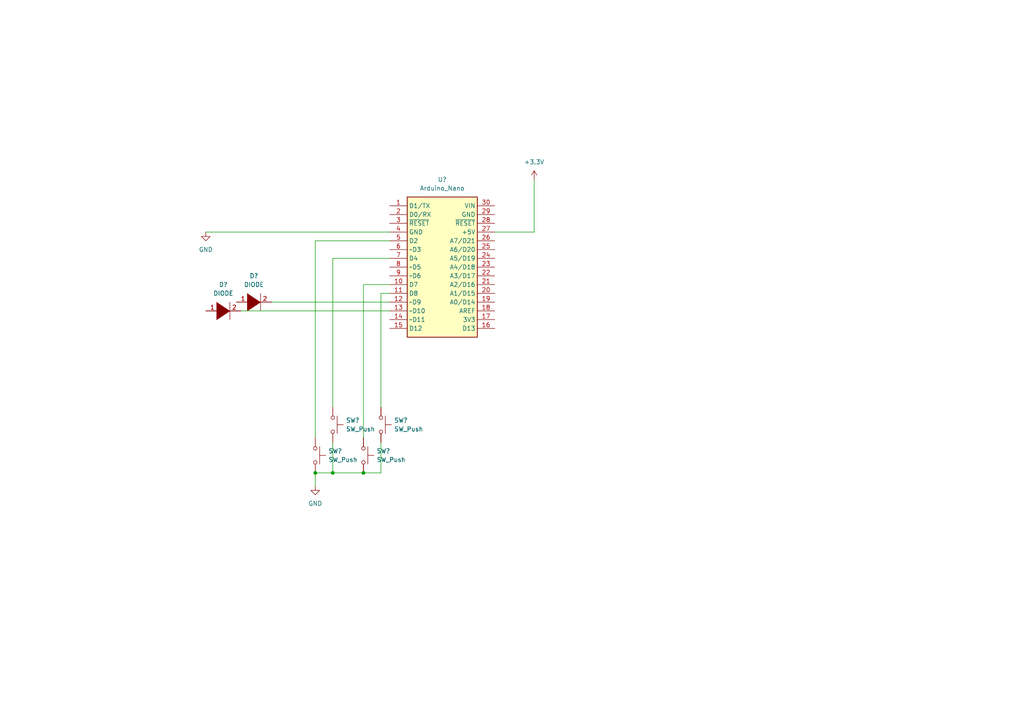
<source format=kicad_sch>
(kicad_sch (version 20211123) (generator eeschema)

  (uuid a0e3690e-e3a6-446c-b53a-862474bd593d)

  (paper "A4")

  (lib_symbols
    (symbol "Arduino:Arduino_Nano" (in_bom yes) (on_board yes)
      (property "Reference" "U" (id 0) (at -10.16 24.13 0)
        (effects (font (size 1.27 1.27)) (justify left bottom))
      )
      (property "Value" "Arduino_Nano" (id 1) (at -10.16 22.86 0)
        (effects (font (size 1.27 1.27)) (justify left top))
      )
      (property "Footprint" "Arduino:Arduino_Nano" (id 2) (at 0 -21.59 0)
        (effects (font (size 1.27 1.27)) hide)
      )
      (property "Datasheet" "https://store.arduino.cc/usa/arduino-nano" (id 3) (at 0 -2.54 0)
        (effects (font (size 1.27 1.27)) hide)
      )
      (property "ki_keywords" "Arduino nano microcontroller module USB" (id 4) (at 0 0 0)
        (effects (font (size 1.27 1.27)) hide)
      )
      (property "ki_description" "Arduino Nano" (id 5) (at 0 0 0)
        (effects (font (size 1.27 1.27)) hide)
      )
      (property "ki_fp_filters" "Arduino*Nano*" (id 6) (at 0 0 0)
        (effects (font (size 1.27 1.27)) hide)
      )
      (symbol "Arduino_Nano_0_1"
        (rectangle (start -10.16 20.32) (end 10.16 -20.32)
          (stroke (width 0.254) (type default) (color 0 0 0 0))
          (fill (type background))
        )
      )
      (symbol "Arduino_Nano_1_1"
        (pin bidirectional line (at -15.24 17.78 0) (length 5.08)
          (name "D1/TX" (effects (font (size 1.27 1.27))))
          (number "1" (effects (font (size 1.27 1.27))))
        )
        (pin bidirectional line (at -15.24 -5.08 0) (length 5.08)
          (name "D7" (effects (font (size 1.27 1.27))))
          (number "10" (effects (font (size 1.27 1.27))))
        )
        (pin bidirectional line (at -15.24 -7.62 0) (length 5.08)
          (name "D8" (effects (font (size 1.27 1.27))))
          (number "11" (effects (font (size 1.27 1.27))))
        )
        (pin bidirectional line (at -15.24 -10.16 0) (length 5.08)
          (name "~D9" (effects (font (size 1.27 1.27))))
          (number "12" (effects (font (size 1.27 1.27))))
        )
        (pin bidirectional line (at -15.24 -12.7 0) (length 5.08)
          (name "~D10" (effects (font (size 1.27 1.27))))
          (number "13" (effects (font (size 1.27 1.27))))
        )
        (pin bidirectional line (at -15.24 -15.24 0) (length 5.08)
          (name "~D11" (effects (font (size 1.27 1.27))))
          (number "14" (effects (font (size 1.27 1.27))))
        )
        (pin bidirectional line (at -15.24 -17.78 0) (length 5.08)
          (name "D12" (effects (font (size 1.27 1.27))))
          (number "15" (effects (font (size 1.27 1.27))))
        )
        (pin bidirectional line (at 15.24 -17.78 180) (length 5.08)
          (name "D13" (effects (font (size 1.27 1.27))))
          (number "16" (effects (font (size 1.27 1.27))))
        )
        (pin power_out line (at 15.24 -15.24 180) (length 5.08)
          (name "3V3" (effects (font (size 1.27 1.27))))
          (number "17" (effects (font (size 1.27 1.27))))
        )
        (pin input line (at 15.24 -12.7 180) (length 5.08)
          (name "AREF" (effects (font (size 1.27 1.27))))
          (number "18" (effects (font (size 1.27 1.27))))
        )
        (pin bidirectional line (at 15.24 -10.16 180) (length 5.08)
          (name "A0/D14" (effects (font (size 1.27 1.27))))
          (number "19" (effects (font (size 1.27 1.27))))
        )
        (pin bidirectional line (at -15.24 15.24 0) (length 5.08)
          (name "D0/RX" (effects (font (size 1.27 1.27))))
          (number "2" (effects (font (size 1.27 1.27))))
        )
        (pin bidirectional line (at 15.24 -7.62 180) (length 5.08)
          (name "A1/D15" (effects (font (size 1.27 1.27))))
          (number "20" (effects (font (size 1.27 1.27))))
        )
        (pin bidirectional line (at 15.24 -5.08 180) (length 5.08)
          (name "A2/D16" (effects (font (size 1.27 1.27))))
          (number "21" (effects (font (size 1.27 1.27))))
        )
        (pin bidirectional line (at 15.24 -2.54 180) (length 5.08)
          (name "A3/D17" (effects (font (size 1.27 1.27))))
          (number "22" (effects (font (size 1.27 1.27))))
        )
        (pin bidirectional line (at 15.24 0 180) (length 5.08)
          (name "A4/D18" (effects (font (size 1.27 1.27))))
          (number "23" (effects (font (size 1.27 1.27))))
        )
        (pin bidirectional line (at 15.24 2.54 180) (length 5.08)
          (name "A5/D19" (effects (font (size 1.27 1.27))))
          (number "24" (effects (font (size 1.27 1.27))))
        )
        (pin bidirectional line (at 15.24 5.08 180) (length 5.08)
          (name "A6/D20" (effects (font (size 1.27 1.27))))
          (number "25" (effects (font (size 1.27 1.27))))
        )
        (pin bidirectional line (at 15.24 7.62 180) (length 5.08)
          (name "A7/D21" (effects (font (size 1.27 1.27))))
          (number "26" (effects (font (size 1.27 1.27))))
        )
        (pin power_out line (at 15.24 10.16 180) (length 5.08)
          (name "+5V" (effects (font (size 1.27 1.27))))
          (number "27" (effects (font (size 1.27 1.27))))
        )
        (pin input line (at 15.24 12.7 180) (length 5.08)
          (name "~{RESET}" (effects (font (size 1.27 1.27))))
          (number "28" (effects (font (size 1.27 1.27))))
        )
        (pin power_in line (at 15.24 15.24 180) (length 5.08)
          (name "GND" (effects (font (size 1.27 1.27))))
          (number "29" (effects (font (size 1.27 1.27))))
        )
        (pin input line (at -15.24 12.7 0) (length 5.08)
          (name "~{RESET}" (effects (font (size 1.27 1.27))))
          (number "3" (effects (font (size 1.27 1.27))))
        )
        (pin power_in line (at 15.24 17.78 180) (length 5.08)
          (name "VIN" (effects (font (size 1.27 1.27))))
          (number "30" (effects (font (size 1.27 1.27))))
        )
        (pin power_in line (at -15.24 10.16 0) (length 5.08)
          (name "GND" (effects (font (size 1.27 1.27))))
          (number "4" (effects (font (size 1.27 1.27))))
        )
        (pin bidirectional line (at -15.24 7.62 0) (length 5.08)
          (name "D2" (effects (font (size 1.27 1.27))))
          (number "5" (effects (font (size 1.27 1.27))))
        )
        (pin bidirectional line (at -15.24 5.08 0) (length 5.08)
          (name "~D3" (effects (font (size 1.27 1.27))))
          (number "6" (effects (font (size 1.27 1.27))))
        )
        (pin bidirectional line (at -15.24 2.54 0) (length 5.08)
          (name "D4" (effects (font (size 1.27 1.27))))
          (number "7" (effects (font (size 1.27 1.27))))
        )
        (pin bidirectional line (at -15.24 0 0) (length 5.08)
          (name "~D5" (effects (font (size 1.27 1.27))))
          (number "8" (effects (font (size 1.27 1.27))))
        )
        (pin bidirectional line (at -15.24 -2.54 0) (length 5.08)
          (name "~D6" (effects (font (size 1.27 1.27))))
          (number "9" (effects (font (size 1.27 1.27))))
        )
      )
    )
    (symbol "Switch:SW_Push" (pin_numbers hide) (pin_names (offset 1.016) hide) (in_bom yes) (on_board yes)
      (property "Reference" "SW" (id 0) (at 1.27 2.54 0)
        (effects (font (size 1.27 1.27)) (justify left))
      )
      (property "Value" "SW_Push" (id 1) (at 0 -1.524 0)
        (effects (font (size 1.27 1.27)))
      )
      (property "Footprint" "" (id 2) (at 0 5.08 0)
        (effects (font (size 1.27 1.27)) hide)
      )
      (property "Datasheet" "~" (id 3) (at 0 5.08 0)
        (effects (font (size 1.27 1.27)) hide)
      )
      (property "ki_keywords" "switch normally-open pushbutton push-button" (id 4) (at 0 0 0)
        (effects (font (size 1.27 1.27)) hide)
      )
      (property "ki_description" "Push button switch, generic, two pins" (id 5) (at 0 0 0)
        (effects (font (size 1.27 1.27)) hide)
      )
      (symbol "SW_Push_0_1"
        (circle (center -2.032 0) (radius 0.508)
          (stroke (width 0) (type default) (color 0 0 0 0))
          (fill (type none))
        )
        (polyline
          (pts
            (xy 0 1.27)
            (xy 0 3.048)
          )
          (stroke (width 0) (type default) (color 0 0 0 0))
          (fill (type none))
        )
        (polyline
          (pts
            (xy 2.54 1.27)
            (xy -2.54 1.27)
          )
          (stroke (width 0) (type default) (color 0 0 0 0))
          (fill (type none))
        )
        (circle (center 2.032 0) (radius 0.508)
          (stroke (width 0) (type default) (color 0 0 0 0))
          (fill (type none))
        )
        (pin passive line (at -5.08 0 0) (length 2.54)
          (name "1" (effects (font (size 1.27 1.27))))
          (number "1" (effects (font (size 1.27 1.27))))
        )
        (pin passive line (at 5.08 0 180) (length 2.54)
          (name "2" (effects (font (size 1.27 1.27))))
          (number "2" (effects (font (size 1.27 1.27))))
        )
      )
    )
    (symbol "power:+3.3V" (power) (pin_names (offset 0)) (in_bom yes) (on_board yes)
      (property "Reference" "#PWR" (id 0) (at 0 -3.81 0)
        (effects (font (size 1.27 1.27)) hide)
      )
      (property "Value" "+3.3V" (id 1) (at 0 3.556 0)
        (effects (font (size 1.27 1.27)))
      )
      (property "Footprint" "" (id 2) (at 0 0 0)
        (effects (font (size 1.27 1.27)) hide)
      )
      (property "Datasheet" "" (id 3) (at 0 0 0)
        (effects (font (size 1.27 1.27)) hide)
      )
      (property "ki_keywords" "power-flag" (id 4) (at 0 0 0)
        (effects (font (size 1.27 1.27)) hide)
      )
      (property "ki_description" "Power symbol creates a global label with name \"+3.3V\"" (id 5) (at 0 0 0)
        (effects (font (size 1.27 1.27)) hide)
      )
      (symbol "+3.3V_0_1"
        (polyline
          (pts
            (xy -0.762 1.27)
            (xy 0 2.54)
          )
          (stroke (width 0) (type default) (color 0 0 0 0))
          (fill (type none))
        )
        (polyline
          (pts
            (xy 0 0)
            (xy 0 2.54)
          )
          (stroke (width 0) (type default) (color 0 0 0 0))
          (fill (type none))
        )
        (polyline
          (pts
            (xy 0 2.54)
            (xy 0.762 1.27)
          )
          (stroke (width 0) (type default) (color 0 0 0 0))
          (fill (type none))
        )
      )
      (symbol "+3.3V_1_1"
        (pin power_in line (at 0 0 90) (length 0) hide
          (name "+3.3V" (effects (font (size 1.27 1.27))))
          (number "1" (effects (font (size 1.27 1.27))))
        )
      )
    )
    (symbol "power:GND" (power) (pin_names (offset 0)) (in_bom yes) (on_board yes)
      (property "Reference" "#PWR" (id 0) (at 0 -6.35 0)
        (effects (font (size 1.27 1.27)) hide)
      )
      (property "Value" "GND" (id 1) (at 0 -3.81 0)
        (effects (font (size 1.27 1.27)))
      )
      (property "Footprint" "" (id 2) (at 0 0 0)
        (effects (font (size 1.27 1.27)) hide)
      )
      (property "Datasheet" "" (id 3) (at 0 0 0)
        (effects (font (size 1.27 1.27)) hide)
      )
      (property "ki_keywords" "power-flag" (id 4) (at 0 0 0)
        (effects (font (size 1.27 1.27)) hide)
      )
      (property "ki_description" "Power symbol creates a global label with name \"GND\" , ground" (id 5) (at 0 0 0)
        (effects (font (size 1.27 1.27)) hide)
      )
      (symbol "GND_0_1"
        (polyline
          (pts
            (xy 0 0)
            (xy 0 -1.27)
            (xy 1.27 -1.27)
            (xy 0 -2.54)
            (xy -1.27 -1.27)
            (xy 0 -1.27)
          )
          (stroke (width 0) (type default) (color 0 0 0 0))
          (fill (type none))
        )
      )
      (symbol "GND_1_1"
        (pin power_in line (at 0 0 270) (length 0) hide
          (name "GND" (effects (font (size 1.27 1.27))))
          (number "1" (effects (font (size 1.27 1.27))))
        )
      )
    )
    (symbol "pspice:DIODE" (pin_names (offset 1.016) hide) (in_bom yes) (on_board yes)
      (property "Reference" "D" (id 0) (at 0 3.81 0)
        (effects (font (size 1.27 1.27)))
      )
      (property "Value" "DIODE" (id 1) (at 0 -4.445 0)
        (effects (font (size 1.27 1.27)))
      )
      (property "Footprint" "" (id 2) (at 0 0 0)
        (effects (font (size 1.27 1.27)) hide)
      )
      (property "Datasheet" "~" (id 3) (at 0 0 0)
        (effects (font (size 1.27 1.27)) hide)
      )
      (property "ki_keywords" "simulation" (id 4) (at 0 0 0)
        (effects (font (size 1.27 1.27)) hide)
      )
      (property "ki_description" "Diode symbol for simulation only. Pin order incompatible with official kicad footprints" (id 5) (at 0 0 0)
        (effects (font (size 1.27 1.27)) hide)
      )
      (symbol "DIODE_0_1"
        (polyline
          (pts
            (xy 1.905 2.54)
            (xy 1.905 -2.54)
          )
          (stroke (width 0) (type default) (color 0 0 0 0))
          (fill (type none))
        )
        (polyline
          (pts
            (xy -1.905 2.54)
            (xy -1.905 -2.54)
            (xy 1.905 0)
          )
          (stroke (width 0) (type default) (color 0 0 0 0))
          (fill (type outline))
        )
      )
      (symbol "DIODE_1_1"
        (pin input line (at -5.08 0 0) (length 3.81)
          (name "K" (effects (font (size 1.27 1.27))))
          (number "1" (effects (font (size 1.27 1.27))))
        )
        (pin input line (at 5.08 0 180) (length 3.81)
          (name "A" (effects (font (size 1.27 1.27))))
          (number "2" (effects (font (size 1.27 1.27))))
        )
      )
    )
  )

  (junction (at 96.52 137.16) (diameter 0) (color 0 0 0 0)
    (uuid 286cd51d-4eb0-4101-af5a-77c376124fb3)
  )
  (junction (at 105.41 137.16) (diameter 0) (color 0 0 0 0)
    (uuid 5e439d60-7c65-4b23-b842-ed877cfaa330)
  )
  (junction (at 91.44 137.16) (diameter 0) (color 0 0 0 0)
    (uuid b0801c1a-8757-46b5-b402-4c17b05c8045)
  )

  (wire (pts (xy 105.41 137.16) (xy 110.49 137.16))
    (stroke (width 0) (type default) (color 0 0 0 0))
    (uuid 0fac75bf-9024-4eec-bdde-a0c10ce70c55)
  )
  (wire (pts (xy 110.49 85.09) (xy 110.49 118.11))
    (stroke (width 0) (type default) (color 0 0 0 0))
    (uuid 12572861-927e-4521-9f6a-a3588124f357)
  )
  (wire (pts (xy 96.52 128.27) (xy 96.52 137.16))
    (stroke (width 0) (type default) (color 0 0 0 0))
    (uuid 141a14a5-0367-4386-b5a2-9c0e5b68c271)
  )
  (wire (pts (xy 105.41 127) (xy 105.41 82.55))
    (stroke (width 0) (type default) (color 0 0 0 0))
    (uuid 186fd760-e6e0-4b7f-906f-961625911f60)
  )
  (wire (pts (xy 154.94 52.07) (xy 154.94 67.31))
    (stroke (width 0) (type default) (color 0 0 0 0))
    (uuid 1d5c6ee0-0349-4994-bca5-48d359983b36)
  )
  (wire (pts (xy 91.44 137.16) (xy 96.52 137.16))
    (stroke (width 0) (type default) (color 0 0 0 0))
    (uuid 4a8854a8-4ad4-46e7-a415-6523dddf4732)
  )
  (wire (pts (xy 91.44 69.85) (xy 113.03 69.85))
    (stroke (width 0) (type default) (color 0 0 0 0))
    (uuid 5b0c045a-8fa0-4b37-b482-2c4961115bfb)
  )
  (wire (pts (xy 96.52 118.11) (xy 96.52 74.93))
    (stroke (width 0) (type default) (color 0 0 0 0))
    (uuid 6dcb7b99-8a1f-41d8-b185-8481799d3798)
  )
  (wire (pts (xy 59.69 67.31) (xy 113.03 67.31))
    (stroke (width 0) (type default) (color 0 0 0 0))
    (uuid 7b34cdea-d504-4ae4-8a50-d5a319617c2c)
  )
  (wire (pts (xy 91.44 69.85) (xy 91.44 127))
    (stroke (width 0) (type default) (color 0 0 0 0))
    (uuid 8303dc11-8b1d-494b-a28c-05ca0a9f3665)
  )
  (wire (pts (xy 96.52 74.93) (xy 113.03 74.93))
    (stroke (width 0) (type default) (color 0 0 0 0))
    (uuid 89a17b7e-4812-45bf-986e-cfbcd32a16f1)
  )
  (wire (pts (xy 96.52 137.16) (xy 105.41 137.16))
    (stroke (width 0) (type default) (color 0 0 0 0))
    (uuid 9b9c5da4-eea8-4b94-9734-0614d5ef72b1)
  )
  (wire (pts (xy 110.49 128.27) (xy 110.49 137.16))
    (stroke (width 0) (type default) (color 0 0 0 0))
    (uuid a9d1c8e1-5a92-4113-ae38-2379e4bda955)
  )
  (wire (pts (xy 105.41 82.55) (xy 113.03 82.55))
    (stroke (width 0) (type default) (color 0 0 0 0))
    (uuid b0cc756b-1bd2-4aa8-8090-4a228b56998c)
  )
  (wire (pts (xy 78.74 87.63) (xy 113.03 87.63))
    (stroke (width 0) (type default) (color 0 0 0 0))
    (uuid b5c16185-b88e-4287-bd48-942c6cbedff4)
  )
  (wire (pts (xy 113.03 85.09) (xy 110.49 85.09))
    (stroke (width 0) (type default) (color 0 0 0 0))
    (uuid bb4f3878-9486-401e-9bbf-7f209a8842f6)
  )
  (wire (pts (xy 69.85 90.17) (xy 113.03 90.17))
    (stroke (width 0) (type default) (color 0 0 0 0))
    (uuid c4f67145-bc03-41d5-a7e5-849d39a4298f)
  )
  (wire (pts (xy 91.44 140.97) (xy 91.44 137.16))
    (stroke (width 0) (type default) (color 0 0 0 0))
    (uuid c79096cb-b0b4-4054-ba7d-68a88ce44fc1)
  )
  (wire (pts (xy 143.51 67.31) (xy 154.94 67.31))
    (stroke (width 0) (type default) (color 0 0 0 0))
    (uuid f0da65cf-fff1-47ef-9345-0a1348ea55ed)
  )

  (symbol (lib_id "Arduino:Arduino_Nano") (at 128.27 77.47 0) (unit 1)
    (in_bom yes) (on_board yes) (fields_autoplaced)
    (uuid 0f767df9-809b-4c09-b023-ab54080cfade)
    (property "Reference" "U?" (id 0) (at 128.27 52.07 0))
    (property "Value" "Arduino_Nano" (id 1) (at 128.27 54.61 0))
    (property "Footprint" "Arduino:Arduino_Nano" (id 2) (at 128.27 99.06 0)
      (effects (font (size 1.27 1.27)) hide)
    )
    (property "Datasheet" "https://store.arduino.cc/usa/arduino-nano" (id 3) (at 128.27 80.01 0)
      (effects (font (size 1.27 1.27)) hide)
    )
    (pin "1" (uuid 026b803b-d84b-4ba1-86e5-520407013829))
    (pin "10" (uuid 9ba57418-9fc6-40fd-8d9f-3b9837c94ae0))
    (pin "11" (uuid 76307b05-6079-47fa-8fb9-7757735edf3d))
    (pin "12" (uuid fc156fc7-3c11-4ef5-aea4-d00e4c503a59))
    (pin "13" (uuid 33d63171-b2c3-461b-9405-9f268e9605ea))
    (pin "14" (uuid fa474fa0-c581-45f8-afb0-06cb809acde9))
    (pin "15" (uuid b5c35787-c71f-49be-ac7f-975a3e330be8))
    (pin "16" (uuid 852c7aad-a4bb-4969-95c5-e4acad59b117))
    (pin "17" (uuid a39643c7-3774-4d3e-8234-11368f49be75))
    (pin "18" (uuid 8aaf02c9-34e1-4721-b45c-15d6e73cc289))
    (pin "19" (uuid 67519794-9d8d-4a41-a265-0a6f5108c8b1))
    (pin "2" (uuid 86b1e09a-48bc-4c29-9356-e9ceea5cccfc))
    (pin "20" (uuid b7546825-bde4-4806-a3d4-3342b7eaff12))
    (pin "21" (uuid 06041808-5229-4540-820e-e4ef03a64800))
    (pin "22" (uuid 938325fb-fd4b-43a3-9315-439b7205b1ee))
    (pin "23" (uuid 14765ee3-4160-4498-b8d1-fbdcc5d50936))
    (pin "24" (uuid ed8ac49a-e4bd-4a90-ba0f-d354ea1db895))
    (pin "25" (uuid d329e95a-5b0d-4bd8-ba54-d67480f49cb4))
    (pin "26" (uuid d6dcd189-5de8-44e6-80c8-f8252a3c1e51))
    (pin "27" (uuid b9cddc93-8cc5-4354-862a-01b484e21fc3))
    (pin "28" (uuid 6bf3dacf-e64f-47fa-8307-3d068a2bcd97))
    (pin "29" (uuid ba6097d7-6910-4d2a-967a-ba1570cedeeb))
    (pin "3" (uuid e81cb6bc-f94b-4777-ad13-7d135382e0a4))
    (pin "30" (uuid f6d98b24-0816-437a-9266-58a02f2c2380))
    (pin "4" (uuid 826ddec4-3ba5-47c6-a2c6-c69171049f31))
    (pin "5" (uuid add25654-ab65-4045-9014-614da9e50df7))
    (pin "6" (uuid 62e3a8ba-bc4f-4e9a-b745-44ef233b5ac3))
    (pin "7" (uuid 9d9c0648-30a3-435c-9e4f-76ead7626e70))
    (pin "8" (uuid cc9a147b-d54c-4d6e-b8d5-2f0b02788920))
    (pin "9" (uuid 4ea9b852-d9a9-448b-81d2-98af984100aa))
  )

  (symbol (lib_id "power:+3.3V") (at 154.94 52.07 0) (unit 1)
    (in_bom yes) (on_board yes) (fields_autoplaced)
    (uuid 2f18ad0e-ed27-4c27-8d1e-14ef10f0797c)
    (property "Reference" "#PWR?" (id 0) (at 154.94 55.88 0)
      (effects (font (size 1.27 1.27)) hide)
    )
    (property "Value" "+3.3V" (id 1) (at 154.94 46.99 0))
    (property "Footprint" "" (id 2) (at 154.94 52.07 0)
      (effects (font (size 1.27 1.27)) hide)
    )
    (property "Datasheet" "" (id 3) (at 154.94 52.07 0)
      (effects (font (size 1.27 1.27)) hide)
    )
    (pin "1" (uuid 28873413-1bf0-472e-aa30-c2623c3d2d93))
  )

  (symbol (lib_id "Switch:SW_Push") (at 96.52 123.19 270) (unit 1)
    (in_bom yes) (on_board yes)
    (uuid 323dac34-0776-4d7a-adfa-6eab510abbb1)
    (property "Reference" "SW?" (id 0) (at 100.33 121.9199 90)
      (effects (font (size 1.27 1.27)) (justify left))
    )
    (property "Value" "SW_Push" (id 1) (at 100.33 124.4599 90)
      (effects (font (size 1.27 1.27)) (justify left))
    )
    (property "Footprint" "" (id 2) (at 101.6 123.19 0)
      (effects (font (size 1.27 1.27)) hide)
    )
    (property "Datasheet" "~" (id 3) (at 101.6 123.19 0)
      (effects (font (size 1.27 1.27)) hide)
    )
    (pin "1" (uuid 7dedabe5-dab0-4d28-8068-62b666b6fdbb))
    (pin "2" (uuid 99a62ad0-8a49-47f3-ae59-33579398344f))
  )

  (symbol (lib_id "power:GND") (at 91.44 140.97 0) (unit 1)
    (in_bom yes) (on_board yes) (fields_autoplaced)
    (uuid 6cddc6d9-5462-40ea-ad39-c8df72421156)
    (property "Reference" "#PWR?" (id 0) (at 91.44 147.32 0)
      (effects (font (size 1.27 1.27)) hide)
    )
    (property "Value" "GND" (id 1) (at 91.44 146.05 0))
    (property "Footprint" "" (id 2) (at 91.44 140.97 0)
      (effects (font (size 1.27 1.27)) hide)
    )
    (property "Datasheet" "" (id 3) (at 91.44 140.97 0)
      (effects (font (size 1.27 1.27)) hide)
    )
    (pin "1" (uuid 13cb8090-b66e-4d99-a7e9-d2b76b928b3c))
  )

  (symbol (lib_id "Switch:SW_Push") (at 105.41 132.08 270) (unit 1)
    (in_bom yes) (on_board yes) (fields_autoplaced)
    (uuid 796869f3-0fe3-4565-ad8e-caeab6e62bc4)
    (property "Reference" "SW?" (id 0) (at 109.22 130.8099 90)
      (effects (font (size 1.27 1.27)) (justify left))
    )
    (property "Value" "SW_Push" (id 1) (at 109.22 133.3499 90)
      (effects (font (size 1.27 1.27)) (justify left))
    )
    (property "Footprint" "" (id 2) (at 110.49 132.08 0)
      (effects (font (size 1.27 1.27)) hide)
    )
    (property "Datasheet" "~" (id 3) (at 110.49 132.08 0)
      (effects (font (size 1.27 1.27)) hide)
    )
    (pin "1" (uuid 750bcb70-2cba-47af-93ae-7c0c42e675b4))
    (pin "2" (uuid cf610d76-4cb5-4e0e-baf5-e5bdb2f55425))
  )

  (symbol (lib_id "pspice:DIODE") (at 64.77 90.17 0) (unit 1)
    (in_bom yes) (on_board yes) (fields_autoplaced)
    (uuid 901caf97-3428-46d0-addb-c1e88aaa7886)
    (property "Reference" "D?" (id 0) (at 64.77 82.55 0))
    (property "Value" "DIODE" (id 1) (at 64.77 85.09 0))
    (property "Footprint" "" (id 2) (at 64.77 90.17 0)
      (effects (font (size 1.27 1.27)) hide)
    )
    (property "Datasheet" "~" (id 3) (at 64.77 90.17 0)
      (effects (font (size 1.27 1.27)) hide)
    )
    (pin "1" (uuid faa6de39-f2fc-4a68-b36c-fa58ad3c9196))
    (pin "2" (uuid befa7717-2e4f-4c3f-a87f-23021405c7c6))
  )

  (symbol (lib_id "power:GND") (at 59.69 67.31 0) (unit 1)
    (in_bom yes) (on_board yes) (fields_autoplaced)
    (uuid 9a7539b1-b583-40c1-81f6-eafc09589efd)
    (property "Reference" "#PWR?" (id 0) (at 59.69 73.66 0)
      (effects (font (size 1.27 1.27)) hide)
    )
    (property "Value" "GND" (id 1) (at 59.69 72.39 0))
    (property "Footprint" "" (id 2) (at 59.69 67.31 0)
      (effects (font (size 1.27 1.27)) hide)
    )
    (property "Datasheet" "" (id 3) (at 59.69 67.31 0)
      (effects (font (size 1.27 1.27)) hide)
    )
    (pin "1" (uuid 9a7a4f45-8f6f-4897-9c3d-de1d16a43172))
  )

  (symbol (lib_id "pspice:DIODE") (at 73.66 87.63 0) (unit 1)
    (in_bom yes) (on_board yes) (fields_autoplaced)
    (uuid b44ec0e9-698b-4202-a3a0-de869d0baeb0)
    (property "Reference" "D?" (id 0) (at 73.66 80.01 0))
    (property "Value" "DIODE" (id 1) (at 73.66 82.55 0))
    (property "Footprint" "" (id 2) (at 73.66 87.63 0)
      (effects (font (size 1.27 1.27)) hide)
    )
    (property "Datasheet" "~" (id 3) (at 73.66 87.63 0)
      (effects (font (size 1.27 1.27)) hide)
    )
    (pin "1" (uuid fd2e05e6-16ae-41bf-89ab-68f40b793809))
    (pin "2" (uuid 007bac3d-ad1b-43ec-89de-bb7fbe80a6c7))
  )

  (symbol (lib_id "Switch:SW_Push") (at 91.44 132.08 270) (unit 1)
    (in_bom yes) (on_board yes)
    (uuid c9557e56-5c59-47e5-8aa6-e4349284b900)
    (property "Reference" "SW?" (id 0) (at 95.25 130.8099 90)
      (effects (font (size 1.27 1.27)) (justify left))
    )
    (property "Value" "SW_Push" (id 1) (at 95.25 133.3499 90)
      (effects (font (size 1.27 1.27)) (justify left))
    )
    (property "Footprint" "" (id 2) (at 96.52 132.08 0)
      (effects (font (size 1.27 1.27)) hide)
    )
    (property "Datasheet" "~" (id 3) (at 96.52 132.08 0)
      (effects (font (size 1.27 1.27)) hide)
    )
    (pin "1" (uuid 5d151d0c-3333-4458-9bc3-d0a68de97639))
    (pin "2" (uuid 297ccb03-e086-4de1-83fe-09b556ee92be))
  )

  (symbol (lib_id "Switch:SW_Push") (at 110.49 123.19 270) (unit 1)
    (in_bom yes) (on_board yes) (fields_autoplaced)
    (uuid fcce4f23-82d0-4784-b66e-31d015f5f351)
    (property "Reference" "SW?" (id 0) (at 114.3 121.9199 90)
      (effects (font (size 1.27 1.27)) (justify left))
    )
    (property "Value" "SW_Push" (id 1) (at 114.3 124.4599 90)
      (effects (font (size 1.27 1.27)) (justify left))
    )
    (property "Footprint" "" (id 2) (at 115.57 123.19 0)
      (effects (font (size 1.27 1.27)) hide)
    )
    (property "Datasheet" "~" (id 3) (at 115.57 123.19 0)
      (effects (font (size 1.27 1.27)) hide)
    )
    (pin "1" (uuid 9d58a0ac-c5e1-4a7d-b7a8-44341dc505fe))
    (pin "2" (uuid 623f546d-00fa-4745-b2e1-199d0f68b032))
  )

  (sheet_instances
    (path "/" (page "1"))
  )

  (symbol_instances
    (path "/2f18ad0e-ed27-4c27-8d1e-14ef10f0797c"
      (reference "#PWR?") (unit 1) (value "+3.3V") (footprint "")
    )
    (path "/6cddc6d9-5462-40ea-ad39-c8df72421156"
      (reference "#PWR?") (unit 1) (value "GND") (footprint "")
    )
    (path "/9a7539b1-b583-40c1-81f6-eafc09589efd"
      (reference "#PWR?") (unit 1) (value "GND") (footprint "")
    )
    (path "/901caf97-3428-46d0-addb-c1e88aaa7886"
      (reference "D?") (unit 1) (value "DIODE") (footprint "")
    )
    (path "/b44ec0e9-698b-4202-a3a0-de869d0baeb0"
      (reference "D?") (unit 1) (value "DIODE") (footprint "")
    )
    (path "/323dac34-0776-4d7a-adfa-6eab510abbb1"
      (reference "SW?") (unit 1) (value "SW_Push") (footprint "")
    )
    (path "/796869f3-0fe3-4565-ad8e-caeab6e62bc4"
      (reference "SW?") (unit 1) (value "SW_Push") (footprint "")
    )
    (path "/c9557e56-5c59-47e5-8aa6-e4349284b900"
      (reference "SW?") (unit 1) (value "SW_Push") (footprint "")
    )
    (path "/fcce4f23-82d0-4784-b66e-31d015f5f351"
      (reference "SW?") (unit 1) (value "SW_Push") (footprint "")
    )
    (path "/0f767df9-809b-4c09-b023-ab54080cfade"
      (reference "U?") (unit 1) (value "Arduino_Nano") (footprint "Arduino:Arduino_Nano")
    )
  )
)

</source>
